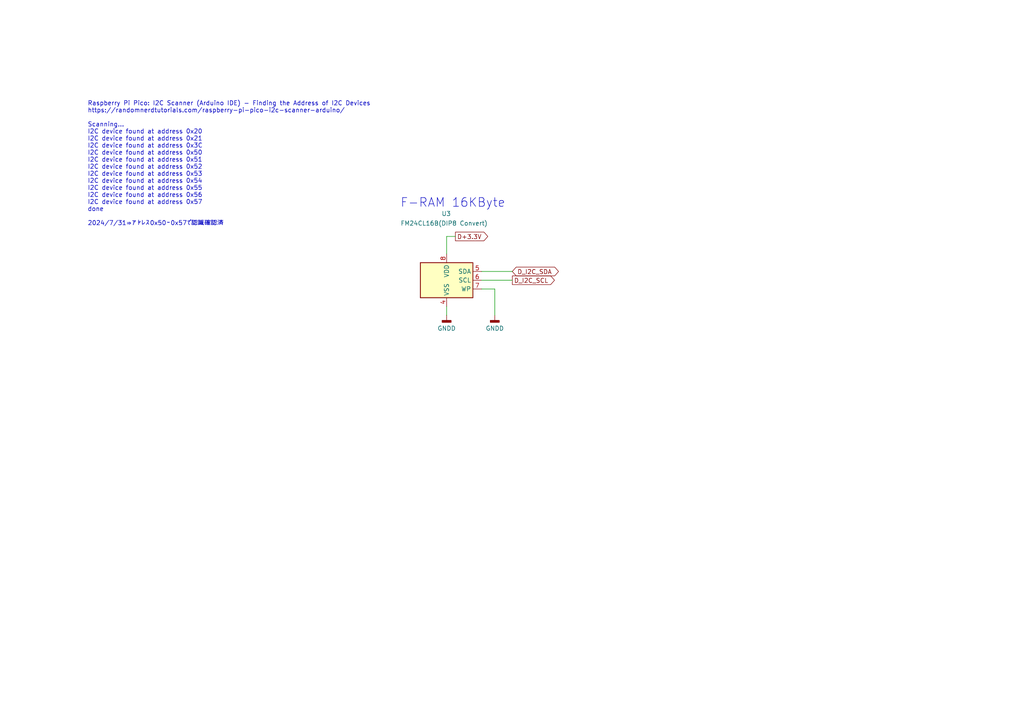
<source format=kicad_sch>
(kicad_sch (version 20231120) (generator "eeschema") (generator_version "8.0")
  (paper "A4")
  (lib_symbols
    (symbol "Memory_NVRAM:FM24CL16B"
      (property "Reference" "U" (at -5.08 8.89 0))
      (property "Value" "FM24CL16B" (at 6.35 -8.89 0))
      (symbol "FM24CL16B_0_1"
        (rectangle (start -7.62 5.08) (end 7.62 -5.08) (stroke (width 0.254)) (fill (type background)))
      )
      (symbol "FM24CL16B_1_1"
        (pin no_connect line (at -7.62 2.54 0) (length 2.54) hide (name "~") (number "1"))
        (pin no_connect line (at -7.62 -2.54 0) (length 2.54) hide (name "~") (number "2"))
        (pin no_connect line (at -7.62 0 0) (length 2.54) hide (name "~") (number "3"))
        (pin power_in line (at 0 -7.62 90) (length 2.54) (name "VSS") (number "4"))
        (pin bidirectional line (at 10.16 2.54 180) (length 2.54) (name "SDA") (number "5"))
        (pin input line (at 10.16 0 180) (length 2.54) (name "SCL") (number "6"))
        (pin input line (at 10.16 -2.54 180) (length 2.54) (name "WP") (number "7"))
        (pin power_in line (at 0 7.62 270) (length 2.54) (name "VDD") (number "8"))
      )
    )
    (symbol "power:GNDD" (power) (pin_numbers hide) (pin_names (offset 0) hide)
      (property "Value" "GNDD" (at 0 -3.175 0))
      (symbol "GNDD_0_1"
        (rectangle (start -1.27 -1.524) (end 1.27 -2.032) (stroke (width 0.254)) (fill (type outline)))
        (polyline (pts (xy 0 0) (xy 0 -1.524)))
      )
      (symbol "GNDD_1_1"
        (pin power_in line (at 0 0 270) (length 0) (name "~") (number "1"))
      )
    )
  )
  (wire (pts (xy 139.7 81.28) (xy 148.59 81.28)))
  (wire (pts (xy 132.08 68.58) (xy 129.54 68.58)))
  (wire (pts (xy 129.54 88.9) (xy 129.54 91.44)))
  (wire (pts (xy 139.7 83.82) (xy 143.51 83.82)))
  (wire (pts (xy 143.51 83.82) (xy 143.51 91.44)))
  (wire (pts (xy 129.54 68.58) (xy 129.54 73.66)))
  (wire (pts (xy 139.7 78.74) (xy 148.59 78.74)))
  (text "F-RAM 16KByte" (at 116.078 58.928 0) (effects (font (size 2.54 2.54)) (justify left)))
  (text "Raspberry Pi Pico: I2C Scanner (Arduino IDE) - Finding the Address of I2C Devices\nhttps://randomnerdtutorials.com/raspberry-pi-pico-i2c-scanner-arduino/\n\nScanning...\nI2C device found at address 0x20\nI2C device found at address 0x21\nI2C device found at address 0x3C\nI2C device found at address 0x50\nI2C device found at address 0x51\nI2C device found at address 0x52\nI2C device found at address 0x53\nI2C device found at address 0x54\nI2C device found at address 0x55\nI2C device found at address 0x56\nI2C device found at address 0x57\ndone\n\n2024/7/31⇒アドレス0x50～0x57で認識確認済\n" (at 25.4 47.498 0) (effects (font (size 1.27 1.27)) (justify left)))
  (global_label "D_I2C_SCL" (shape output) (at 148.59 81.28 0) (property "Intersheetrefs" "${INTERSHEET_REFS}" (effects (hide yes))))
  (global_label "D_I2C_SDA" (shape bidirectional) (at 148.59 78.74 0) (property "Intersheetrefs" "${INTERSHEET_REFS}" (effects (hide yes))))
  (global_label "D+3.3V" (shape output) (at 132.08 68.58 0) (property "Intersheetrefs" "${INTERSHEET_REFS}" (effects (hide yes))))
  (symbol (lib_id "power:GNDD") (at 129.54 91.44 0) (unit 1)
    (property "Reference" "#PWR013" (effects (hide yes)))
    (property "Value" "GNDD" (at 129.54 95.25 0))
    (property "Description" "Power symbol creates a global label with name \"GNDD\" , digital ground" (effects (hide yes)))
  )
  (symbol (lib_id "Memory_NVRAM:FM24CL16B") (at 129.54 81.28 0) (unit 1)
    (property "Reference" "U3" (at 130.81 61.976 0) (effects (justify right)))
    (property "Value" "FM24CL16B(DIP8 Convert)" (at 141.478 64.77 0) (effects (justify right)))
    (property "Footprint" "Package_DIP:CERDIP-8_W7.62mm_SideBrazed_Socket" (effects (hide yes)))
    (property "Datasheet" "https://www.infineon.com/dgdl/Infineon-FM24CL16B_16-Kbit_(2_K_8)_Serial_(I2C)_F-RAM-DataSheet-v13_00-EN.pdf?fileId=8ac78c8c7d0d8da4017d0ec99cb241e9" (effects (hide yes)))
    (property "Description" "16Kb serial FRAM nonvolatile Memory, SOIC-8" (effects (hide yes)))
  )
  (symbol (lib_id "power:GNDD") (at 143.51 91.44 0) (unit 1)
    (property "Reference" "#PWR016" (effects (hide yes)))
    (property "Value" "GNDD" (at 143.51 95.25 0))
    (property "Description" "Power symbol creates a global label with name \"GNDD\" , digital ground" (effects (hide yes)))
  )
)
</source>
